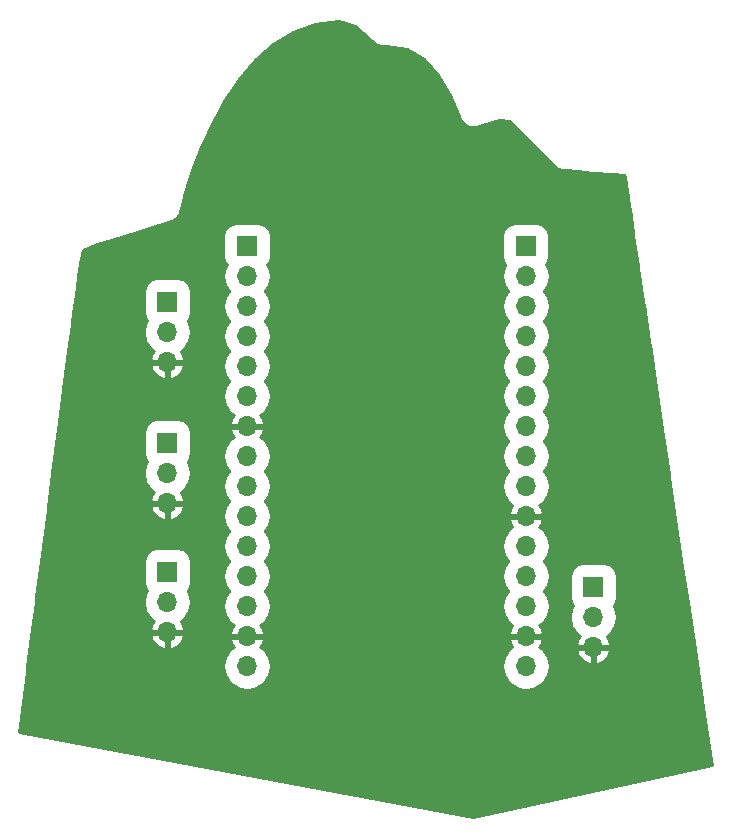
<source format=gtl>
G04 #@! TF.GenerationSoftware,KiCad,Pcbnew,(5.0.0-3-g5ebb6b6)*
G04 #@! TF.CreationDate,2018-09-06T10:07:47-04:00*
G04 #@! TF.ProjectId,PCB,5043422E6B696361645F706362000000,rev?*
G04 #@! TF.SameCoordinates,Original*
G04 #@! TF.FileFunction,Copper,L1,Top,Signal*
G04 #@! TF.FilePolarity,Positive*
%FSLAX46Y46*%
G04 Gerber Fmt 4.6, Leading zero omitted, Abs format (unit mm)*
G04 Created by KiCad (PCBNEW (5.0.0-3-g5ebb6b6)) date Thursday, September 06, 2018 at 10:07:47 AM*
%MOMM*%
%LPD*%
G01*
G04 APERTURE LIST*
G04 #@! TA.AperFunction,ComponentPad*
%ADD10O,1.700000X1.700000*%
G04 #@! TD*
G04 #@! TA.AperFunction,ComponentPad*
%ADD11R,1.700000X1.700000*%
G04 #@! TD*
G04 #@! TA.AperFunction,Conductor*
%ADD12C,0.254000*%
G04 #@! TD*
G04 APERTURE END LIST*
D10*
G04 #@! TO.P,U1,21*
G04 #@! TO.N,Net-(U1-Pad21)*
X63638000Y-116936000D03*
G04 #@! TO.P,U1,22*
G04 #@! TO.N,GND*
X63638000Y-119476000D03*
G04 #@! TO.P,U1,23*
G04 #@! TO.N,Net-(U1-Pad23)*
X63638000Y-122016000D03*
G04 #@! TO.P,U1,24*
G04 #@! TO.N,Net-(U1-Pad24)*
X63638000Y-124556000D03*
G04 #@! TO.P,U1,30*
G04 #@! TO.N,Net-(U1-Pad30)*
X63638000Y-139796000D03*
G04 #@! TO.P,U1,19*
G04 #@! TO.N,/FLOW4*
X63638000Y-111856000D03*
G04 #@! TO.P,U1,20*
G04 #@! TO.N,Net-(U1-Pad20)*
X63638000Y-114396000D03*
D11*
G04 #@! TO.P,U1,16*
G04 #@! TO.N,/FLOW1*
X63638000Y-104236000D03*
D10*
G04 #@! TO.P,U1,17*
G04 #@! TO.N,/FLOW2*
X63638000Y-106776000D03*
G04 #@! TO.P,U1,18*
G04 #@! TO.N,/FLOW3*
X63638000Y-109316000D03*
G04 #@! TO.P,U1,25*
G04 #@! TO.N,Net-(U1-Pad25)*
X63638000Y-127096000D03*
G04 #@! TO.P,U1,26*
G04 #@! TO.N,Net-(U1-Pad26)*
X63638000Y-129636000D03*
G04 #@! TO.P,U1,27*
G04 #@! TO.N,Net-(U1-Pad27)*
X63638000Y-132176000D03*
G04 #@! TO.P,U1,28*
G04 #@! TO.N,Net-(U1-Pad28)*
X63638000Y-134716000D03*
G04 #@! TO.P,U1,29*
G04 #@! TO.N,GND*
X63638000Y-137256000D03*
D11*
G04 #@! TO.P,U1,1*
G04 #@! TO.N,Net-(U1-Pad1)*
X87238000Y-104236000D03*
D10*
G04 #@! TO.P,U1,2*
G04 #@! TO.N,Net-(U1-Pad2)*
X87238000Y-106776000D03*
G04 #@! TO.P,U1,3*
G04 #@! TO.N,Net-(U1-Pad3)*
X87238000Y-109316000D03*
G04 #@! TO.P,U1,4*
G04 #@! TO.N,Net-(U1-Pad4)*
X87238000Y-111856000D03*
G04 #@! TO.P,U1,5*
G04 #@! TO.N,Net-(U1-Pad5)*
X87238000Y-114396000D03*
G04 #@! TO.P,U1,6*
G04 #@! TO.N,Net-(U1-Pad6)*
X87238000Y-116936000D03*
G04 #@! TO.P,U1,7*
G04 #@! TO.N,Net-(U1-Pad7)*
X87238000Y-119476000D03*
G04 #@! TO.P,U1,8*
G04 #@! TO.N,Net-(U1-Pad8)*
X87238000Y-122016000D03*
G04 #@! TO.P,U1,9*
G04 #@! TO.N,Net-(U1-Pad9)*
X87238000Y-124556000D03*
G04 #@! TO.P,U1,10*
G04 #@! TO.N,GND*
X87238000Y-127096000D03*
G04 #@! TO.P,U1,11*
G04 #@! TO.N,Net-(U1-Pad11)*
X87238000Y-129636000D03*
G04 #@! TO.P,U1,12*
G04 #@! TO.N,Net-(U1-Pad12)*
X87238000Y-132176000D03*
G04 #@! TO.P,U1,13*
G04 #@! TO.N,Net-(U1-Pad13)*
X87238000Y-134716000D03*
G04 #@! TO.P,U1,14*
G04 #@! TO.N,GND*
X87238000Y-137256000D03*
G04 #@! TO.P,U1,15*
G04 #@! TO.N,VCC*
X87238000Y-139796000D03*
G04 #@! TD*
G04 #@! TO.P,J1,3*
G04 #@! TO.N,GND*
X56896000Y-114046000D03*
G04 #@! TO.P,J1,2*
G04 #@! TO.N,/FLOW1*
X56896000Y-111506000D03*
D11*
G04 #@! TO.P,J1,1*
G04 #@! TO.N,VCC*
X56896000Y-108966000D03*
G04 #@! TD*
D10*
G04 #@! TO.P,J2,3*
G04 #@! TO.N,GND*
X56896000Y-125984000D03*
G04 #@! TO.P,J2,2*
G04 #@! TO.N,/FLOW2*
X56896000Y-123444000D03*
D11*
G04 #@! TO.P,J2,1*
G04 #@! TO.N,VCC*
X56896000Y-120904000D03*
G04 #@! TD*
G04 #@! TO.P,J3,1*
G04 #@! TO.N,VCC*
X56896000Y-131826000D03*
D10*
G04 #@! TO.P,J3,2*
G04 #@! TO.N,/FLOW3*
X56896000Y-134366000D03*
G04 #@! TO.P,J3,3*
G04 #@! TO.N,GND*
X56896000Y-136906000D03*
G04 #@! TD*
D11*
G04 #@! TO.P,J4,1*
G04 #@! TO.N,VCC*
X92964000Y-133096000D03*
D10*
G04 #@! TO.P,J4,2*
G04 #@! TO.N,/FLOW4*
X92964000Y-135636000D03*
G04 #@! TO.P,J4,3*
G04 #@! TO.N,GND*
X92964000Y-138176000D03*
G04 #@! TD*
D12*
G04 #@! TO.N,GND*
G36*
X72754020Y-85568272D02*
X74219973Y-86857400D01*
X74266033Y-86926333D01*
X74400642Y-87016276D01*
X74430206Y-87042274D01*
X74500349Y-87082898D01*
X74669622Y-87196003D01*
X74709249Y-87203885D01*
X74744213Y-87224135D01*
X74946015Y-87250981D01*
X75025519Y-87266795D01*
X75064892Y-87266795D01*
X75225367Y-87288143D01*
X75305474Y-87266795D01*
X75375882Y-87266795D01*
X77181959Y-87583564D01*
X78594395Y-88404839D01*
X79805309Y-89702412D01*
X80815958Y-91395027D01*
X81572357Y-93237121D01*
X81577922Y-93297027D01*
X81663882Y-93460016D01*
X81687336Y-93517134D01*
X81719808Y-93566056D01*
X81804356Y-93726368D01*
X81853026Y-93766764D01*
X81888007Y-93819467D01*
X82038401Y-93920626D01*
X82177855Y-94036374D01*
X82238279Y-94055070D01*
X82290765Y-94090374D01*
X82468417Y-94126279D01*
X82641558Y-94179852D01*
X82704539Y-94174002D01*
X82766538Y-94186532D01*
X82944401Y-94151720D01*
X83002871Y-94146289D01*
X83062063Y-94128691D01*
X83242893Y-94093299D01*
X83293018Y-94060029D01*
X84955561Y-93565758D01*
X85808995Y-93660584D01*
X86779107Y-94600679D01*
X88670771Y-96477855D01*
X89527831Y-97333091D01*
X89565682Y-97399811D01*
X89698186Y-97503084D01*
X89730383Y-97535213D01*
X89792766Y-97576800D01*
X89948527Y-97698200D01*
X89993494Y-97710614D01*
X90032313Y-97736492D01*
X90226046Y-97774813D01*
X90298312Y-97794763D01*
X90343677Y-97798081D01*
X90508479Y-97830679D01*
X90583696Y-97815634D01*
X91690428Y-97896574D01*
X91691302Y-97896814D01*
X91810134Y-97905329D01*
X91929220Y-97914038D01*
X91930121Y-97913926D01*
X94332764Y-98086085D01*
X94337016Y-98087219D01*
X94452582Y-98094670D01*
X94568097Y-98102947D01*
X94572464Y-98102399D01*
X95589445Y-98167967D01*
X95603494Y-98263402D01*
X95603581Y-98263646D01*
X95732771Y-99138690D01*
X95732768Y-99138748D01*
X95750569Y-99259241D01*
X95767865Y-99376394D01*
X95767884Y-99376447D01*
X95987083Y-100860204D01*
X95987082Y-100860229D01*
X96001591Y-100958410D01*
X96022204Y-101097936D01*
X96022213Y-101097961D01*
X96320153Y-103114126D01*
X96320152Y-103114139D01*
X96336630Y-103225631D01*
X96355285Y-103351867D01*
X96355290Y-103351881D01*
X96720666Y-105823991D01*
X96720665Y-105824005D01*
X96747103Y-106002862D01*
X96755805Y-106061742D01*
X96755807Y-106061746D01*
X97177312Y-108913340D01*
X97177312Y-108913347D01*
X97196346Y-109042111D01*
X97212455Y-109151089D01*
X97212457Y-109151095D01*
X97678782Y-112305676D01*
X97678782Y-112305682D01*
X97695534Y-112419000D01*
X97713928Y-112543428D01*
X97713929Y-112543431D01*
X98248911Y-116162274D01*
X98248913Y-116162279D01*
X98770947Y-119693393D01*
X98770947Y-119693397D01*
X99339020Y-123535805D01*
X99339020Y-123535807D01*
X99352155Y-123624646D01*
X99374170Y-123773557D01*
X99374171Y-123773560D01*
X99906672Y-127375271D01*
X99906672Y-127375273D01*
X100497745Y-131373060D01*
X100497747Y-131373065D01*
X101030625Y-134977185D01*
X101030626Y-134977188D01*
X101528942Y-138347486D01*
X101982014Y-141411750D01*
X101982015Y-141411752D01*
X102342748Y-143851471D01*
X102342748Y-143851473D01*
X102670349Y-146067093D01*
X102918354Y-147744371D01*
X102918354Y-147744375D01*
X102980768Y-148166482D01*
X82753462Y-152527176D01*
X44322798Y-145328192D01*
X44392590Y-144787783D01*
X44648675Y-142805663D01*
X44977056Y-140265159D01*
X45037731Y-139796000D01*
X61622269Y-139796000D01*
X61775707Y-140567387D01*
X62212663Y-141221337D01*
X62866613Y-141658293D01*
X63443286Y-141773000D01*
X63832714Y-141773000D01*
X64409387Y-141658293D01*
X65063337Y-141221337D01*
X65500293Y-140567387D01*
X65653731Y-139796000D01*
X85222269Y-139796000D01*
X85375707Y-140567387D01*
X85812663Y-141221337D01*
X86466613Y-141658293D01*
X87043286Y-141773000D01*
X87432714Y-141773000D01*
X88009387Y-141658293D01*
X88663337Y-141221337D01*
X89100293Y-140567387D01*
X89253731Y-139796000D01*
X89100293Y-139024613D01*
X88771734Y-138532890D01*
X91522524Y-138532890D01*
X91692355Y-138942924D01*
X92082642Y-139371183D01*
X92607108Y-139617486D01*
X92837000Y-139496819D01*
X92837000Y-138303000D01*
X93091000Y-138303000D01*
X93091000Y-139496819D01*
X93320892Y-139617486D01*
X93845358Y-139371183D01*
X94235645Y-138942924D01*
X94405476Y-138532890D01*
X94284155Y-138303000D01*
X93091000Y-138303000D01*
X92837000Y-138303000D01*
X91643845Y-138303000D01*
X91522524Y-138532890D01*
X88771734Y-138532890D01*
X88663337Y-138370663D01*
X88370846Y-138175227D01*
X88509645Y-138022924D01*
X88679476Y-137612890D01*
X88558155Y-137383000D01*
X87365000Y-137383000D01*
X87365000Y-137403000D01*
X87111000Y-137403000D01*
X87111000Y-137383000D01*
X85917845Y-137383000D01*
X85796524Y-137612890D01*
X85966355Y-138022924D01*
X86105154Y-138175227D01*
X85812663Y-138370663D01*
X85375707Y-139024613D01*
X85222269Y-139796000D01*
X65653731Y-139796000D01*
X65500293Y-139024613D01*
X65063337Y-138370663D01*
X64770846Y-138175227D01*
X64909645Y-138022924D01*
X65079476Y-137612890D01*
X64958155Y-137383000D01*
X63765000Y-137383000D01*
X63765000Y-137403000D01*
X63511000Y-137403000D01*
X63511000Y-137383000D01*
X62317845Y-137383000D01*
X62196524Y-137612890D01*
X62366355Y-138022924D01*
X62505154Y-138175227D01*
X62212663Y-138370663D01*
X61775707Y-139024613D01*
X61622269Y-139796000D01*
X45037731Y-139796000D01*
X45365335Y-137262890D01*
X55454524Y-137262890D01*
X55624355Y-137672924D01*
X56014642Y-138101183D01*
X56539108Y-138347486D01*
X56769000Y-138226819D01*
X56769000Y-137033000D01*
X57023000Y-137033000D01*
X57023000Y-138226819D01*
X57252892Y-138347486D01*
X57777358Y-138101183D01*
X58167645Y-137672924D01*
X58337476Y-137262890D01*
X58216155Y-137033000D01*
X57023000Y-137033000D01*
X56769000Y-137033000D01*
X55575845Y-137033000D01*
X55454524Y-137262890D01*
X45365335Y-137262890D01*
X45740225Y-134366000D01*
X54880269Y-134366000D01*
X55033707Y-135137387D01*
X55470663Y-135791337D01*
X55763154Y-135986773D01*
X55624355Y-136139076D01*
X55454524Y-136549110D01*
X55575845Y-136779000D01*
X56769000Y-136779000D01*
X56769000Y-136759000D01*
X57023000Y-136759000D01*
X57023000Y-136779000D01*
X58216155Y-136779000D01*
X58337476Y-136549110D01*
X58167645Y-136139076D01*
X58028846Y-135986773D01*
X58321337Y-135791337D01*
X58758293Y-135137387D01*
X58911731Y-134366000D01*
X58758293Y-133594613D01*
X58622963Y-133392078D01*
X58807611Y-133115733D01*
X58895079Y-132676000D01*
X58895079Y-130976000D01*
X58807611Y-130536267D01*
X58558522Y-130163478D01*
X58185733Y-129914389D01*
X57746000Y-129826921D01*
X56046000Y-129826921D01*
X55606267Y-129914389D01*
X55233478Y-130163478D01*
X54984389Y-130536267D01*
X54896921Y-130976000D01*
X54896921Y-132676000D01*
X54984389Y-133115733D01*
X55169037Y-133392078D01*
X55033707Y-133594613D01*
X54880269Y-134366000D01*
X45740225Y-134366000D01*
X45801651Y-133891346D01*
X46268716Y-130285017D01*
X46755111Y-126533000D01*
X46780045Y-126340890D01*
X55454524Y-126340890D01*
X55624355Y-126750924D01*
X56014642Y-127179183D01*
X56539108Y-127425486D01*
X56769000Y-127304819D01*
X56769000Y-126111000D01*
X57023000Y-126111000D01*
X57023000Y-127304819D01*
X57252892Y-127425486D01*
X57777358Y-127179183D01*
X58167645Y-126750924D01*
X58337476Y-126340890D01*
X58216155Y-126111000D01*
X57023000Y-126111000D01*
X56769000Y-126111000D01*
X55575845Y-126111000D01*
X55454524Y-126340890D01*
X46780045Y-126340890D01*
X47156037Y-123444000D01*
X54880269Y-123444000D01*
X55033707Y-124215387D01*
X55470663Y-124869337D01*
X55763154Y-125064773D01*
X55624355Y-125217076D01*
X55454524Y-125627110D01*
X55575845Y-125857000D01*
X56769000Y-125857000D01*
X56769000Y-125837000D01*
X57023000Y-125837000D01*
X57023000Y-125857000D01*
X58216155Y-125857000D01*
X58337476Y-125627110D01*
X58167645Y-125217076D01*
X58028846Y-125064773D01*
X58321337Y-124869337D01*
X58758293Y-124215387D01*
X58911731Y-123444000D01*
X58758293Y-122672613D01*
X58622963Y-122470078D01*
X58807611Y-122193733D01*
X58842964Y-122016000D01*
X61622269Y-122016000D01*
X61775707Y-122787387D01*
X62108870Y-123286000D01*
X61775707Y-123784613D01*
X61622269Y-124556000D01*
X61775707Y-125327387D01*
X62108870Y-125826000D01*
X61775707Y-126324613D01*
X61622269Y-127096000D01*
X61775707Y-127867387D01*
X62108870Y-128366000D01*
X61775707Y-128864613D01*
X61622269Y-129636000D01*
X61775707Y-130407387D01*
X62108870Y-130906000D01*
X61775707Y-131404613D01*
X61622269Y-132176000D01*
X61775707Y-132947387D01*
X62108870Y-133446000D01*
X61775707Y-133944613D01*
X61622269Y-134716000D01*
X61775707Y-135487387D01*
X62212663Y-136141337D01*
X62505154Y-136336773D01*
X62366355Y-136489076D01*
X62196524Y-136899110D01*
X62317845Y-137129000D01*
X63511000Y-137129000D01*
X63511000Y-137109000D01*
X63765000Y-137109000D01*
X63765000Y-137129000D01*
X64958155Y-137129000D01*
X65079476Y-136899110D01*
X64909645Y-136489076D01*
X64770846Y-136336773D01*
X65063337Y-136141337D01*
X65500293Y-135487387D01*
X65653731Y-134716000D01*
X65500293Y-133944613D01*
X65167130Y-133446000D01*
X65500293Y-132947387D01*
X65653731Y-132176000D01*
X65500293Y-131404613D01*
X65167130Y-130906000D01*
X65500293Y-130407387D01*
X65653731Y-129636000D01*
X85222269Y-129636000D01*
X85375707Y-130407387D01*
X85708870Y-130906000D01*
X85375707Y-131404613D01*
X85222269Y-132176000D01*
X85375707Y-132947387D01*
X85708870Y-133446000D01*
X85375707Y-133944613D01*
X85222269Y-134716000D01*
X85375707Y-135487387D01*
X85812663Y-136141337D01*
X86105154Y-136336773D01*
X85966355Y-136489076D01*
X85796524Y-136899110D01*
X85917845Y-137129000D01*
X87111000Y-137129000D01*
X87111000Y-137109000D01*
X87365000Y-137109000D01*
X87365000Y-137129000D01*
X88558155Y-137129000D01*
X88679476Y-136899110D01*
X88509645Y-136489076D01*
X88370846Y-136336773D01*
X88663337Y-136141337D01*
X89000992Y-135636000D01*
X90948269Y-135636000D01*
X91101707Y-136407387D01*
X91538663Y-137061337D01*
X91831154Y-137256773D01*
X91692355Y-137409076D01*
X91522524Y-137819110D01*
X91643845Y-138049000D01*
X92837000Y-138049000D01*
X92837000Y-138029000D01*
X93091000Y-138029000D01*
X93091000Y-138049000D01*
X94284155Y-138049000D01*
X94405476Y-137819110D01*
X94235645Y-137409076D01*
X94096846Y-137256773D01*
X94389337Y-137061337D01*
X94826293Y-136407387D01*
X94979731Y-135636000D01*
X94826293Y-134864613D01*
X94690963Y-134662078D01*
X94875611Y-134385733D01*
X94963079Y-133946000D01*
X94963079Y-132246000D01*
X94875611Y-131806267D01*
X94626522Y-131433478D01*
X94253733Y-131184389D01*
X93814000Y-131096921D01*
X92114000Y-131096921D01*
X91674267Y-131184389D01*
X91301478Y-131433478D01*
X91052389Y-131806267D01*
X90964921Y-132246000D01*
X90964921Y-133946000D01*
X91052389Y-134385733D01*
X91237037Y-134662078D01*
X91101707Y-134864613D01*
X90948269Y-135636000D01*
X89000992Y-135636000D01*
X89100293Y-135487387D01*
X89253731Y-134716000D01*
X89100293Y-133944613D01*
X88767130Y-133446000D01*
X89100293Y-132947387D01*
X89253731Y-132176000D01*
X89100293Y-131404613D01*
X88767130Y-130906000D01*
X89100293Y-130407387D01*
X89253731Y-129636000D01*
X89100293Y-128864613D01*
X88663337Y-128210663D01*
X88370846Y-128015227D01*
X88509645Y-127862924D01*
X88679476Y-127452890D01*
X88558155Y-127223000D01*
X87365000Y-127223000D01*
X87365000Y-127243000D01*
X87111000Y-127243000D01*
X87111000Y-127223000D01*
X85917845Y-127223000D01*
X85796524Y-127452890D01*
X85966355Y-127862924D01*
X86105154Y-128015227D01*
X85812663Y-128210663D01*
X85375707Y-128864613D01*
X85222269Y-129636000D01*
X65653731Y-129636000D01*
X65500293Y-128864613D01*
X65167130Y-128366000D01*
X65500293Y-127867387D01*
X65653731Y-127096000D01*
X65500293Y-126324613D01*
X65167130Y-125826000D01*
X65500293Y-125327387D01*
X65653731Y-124556000D01*
X65500293Y-123784613D01*
X65167130Y-123286000D01*
X65500293Y-122787387D01*
X65653731Y-122016000D01*
X65500293Y-121244613D01*
X65063337Y-120590663D01*
X64770846Y-120395227D01*
X64909645Y-120242924D01*
X65079476Y-119832890D01*
X64958155Y-119603000D01*
X63765000Y-119603000D01*
X63765000Y-119623000D01*
X63511000Y-119623000D01*
X63511000Y-119603000D01*
X62317845Y-119603000D01*
X62196524Y-119832890D01*
X62366355Y-120242924D01*
X62505154Y-120395227D01*
X62212663Y-120590663D01*
X61775707Y-121244613D01*
X61622269Y-122016000D01*
X58842964Y-122016000D01*
X58895079Y-121754000D01*
X58895079Y-120054000D01*
X58807611Y-119614267D01*
X58558522Y-119241478D01*
X58185733Y-118992389D01*
X57746000Y-118904921D01*
X56046000Y-118904921D01*
X55606267Y-118992389D01*
X55233478Y-119241478D01*
X54984389Y-119614267D01*
X54896921Y-120054000D01*
X54896921Y-121754000D01*
X54984389Y-122193733D01*
X55169037Y-122470078D01*
X55033707Y-122672613D01*
X54880269Y-123444000D01*
X47156037Y-123444000D01*
X47241859Y-122782775D01*
X47717241Y-119125769D01*
X48166446Y-115677342D01*
X48332950Y-114402890D01*
X55454524Y-114402890D01*
X55624355Y-114812924D01*
X56014642Y-115241183D01*
X56539108Y-115487486D01*
X56769000Y-115366819D01*
X56769000Y-114173000D01*
X57023000Y-114173000D01*
X57023000Y-115366819D01*
X57252892Y-115487486D01*
X57777358Y-115241183D01*
X58167645Y-114812924D01*
X58337476Y-114402890D01*
X58216155Y-114173000D01*
X57023000Y-114173000D01*
X56769000Y-114173000D01*
X55575845Y-114173000D01*
X55454524Y-114402890D01*
X48332950Y-114402890D01*
X48573983Y-112557991D01*
X48712043Y-111506000D01*
X54880269Y-111506000D01*
X55033707Y-112277387D01*
X55470663Y-112931337D01*
X55763154Y-113126773D01*
X55624355Y-113279076D01*
X55454524Y-113689110D01*
X55575845Y-113919000D01*
X56769000Y-113919000D01*
X56769000Y-113899000D01*
X57023000Y-113899000D01*
X57023000Y-113919000D01*
X58216155Y-113919000D01*
X58337476Y-113689110D01*
X58167645Y-113279076D01*
X58028846Y-113126773D01*
X58321337Y-112931337D01*
X58758293Y-112277387D01*
X58911731Y-111506000D01*
X58758293Y-110734613D01*
X58622963Y-110532078D01*
X58807611Y-110255733D01*
X58895079Y-109816000D01*
X58895079Y-108116000D01*
X58807611Y-107676267D01*
X58558522Y-107303478D01*
X58185733Y-107054389D01*
X57746000Y-106966921D01*
X56046000Y-106966921D01*
X55606267Y-107054389D01*
X55233478Y-107303478D01*
X54984389Y-107676267D01*
X54896921Y-108116000D01*
X54896921Y-109816000D01*
X54984389Y-110255733D01*
X55169037Y-110532078D01*
X55033707Y-110734613D01*
X54880269Y-111506000D01*
X48712043Y-111506000D01*
X48926118Y-109874800D01*
X49207343Y-107748348D01*
X49338034Y-106776000D01*
X61622269Y-106776000D01*
X61775707Y-107547387D01*
X62108870Y-108046000D01*
X61775707Y-108544613D01*
X61622269Y-109316000D01*
X61775707Y-110087387D01*
X62108870Y-110586000D01*
X61775707Y-111084613D01*
X61622269Y-111856000D01*
X61775707Y-112627387D01*
X62108870Y-113126000D01*
X61775707Y-113624613D01*
X61622269Y-114396000D01*
X61775707Y-115167387D01*
X62108870Y-115666000D01*
X61775707Y-116164613D01*
X61622269Y-116936000D01*
X61775707Y-117707387D01*
X62212663Y-118361337D01*
X62505154Y-118556773D01*
X62366355Y-118709076D01*
X62196524Y-119119110D01*
X62317845Y-119349000D01*
X63511000Y-119349000D01*
X63511000Y-119329000D01*
X63765000Y-119329000D01*
X63765000Y-119349000D01*
X64958155Y-119349000D01*
X65079476Y-119119110D01*
X64909645Y-118709076D01*
X64770846Y-118556773D01*
X65063337Y-118361337D01*
X65500293Y-117707387D01*
X65653731Y-116936000D01*
X65500293Y-116164613D01*
X65167130Y-115666000D01*
X65500293Y-115167387D01*
X65653731Y-114396000D01*
X65500293Y-113624613D01*
X65167130Y-113126000D01*
X65500293Y-112627387D01*
X65653731Y-111856000D01*
X65500293Y-111084613D01*
X65167130Y-110586000D01*
X65500293Y-110087387D01*
X65653731Y-109316000D01*
X65500293Y-108544613D01*
X65167130Y-108046000D01*
X65500293Y-107547387D01*
X65653731Y-106776000D01*
X85222269Y-106776000D01*
X85375707Y-107547387D01*
X85708870Y-108046000D01*
X85375707Y-108544613D01*
X85222269Y-109316000D01*
X85375707Y-110087387D01*
X85708870Y-110586000D01*
X85375707Y-111084613D01*
X85222269Y-111856000D01*
X85375707Y-112627387D01*
X85708870Y-113126000D01*
X85375707Y-113624613D01*
X85222269Y-114396000D01*
X85375707Y-115167387D01*
X85708870Y-115666000D01*
X85375707Y-116164613D01*
X85222269Y-116936000D01*
X85375707Y-117707387D01*
X85708870Y-118206000D01*
X85375707Y-118704613D01*
X85222269Y-119476000D01*
X85375707Y-120247387D01*
X85708870Y-120746000D01*
X85375707Y-121244613D01*
X85222269Y-122016000D01*
X85375707Y-122787387D01*
X85708870Y-123286000D01*
X85375707Y-123784613D01*
X85222269Y-124556000D01*
X85375707Y-125327387D01*
X85812663Y-125981337D01*
X86105154Y-126176773D01*
X85966355Y-126329076D01*
X85796524Y-126739110D01*
X85917845Y-126969000D01*
X87111000Y-126969000D01*
X87111000Y-126949000D01*
X87365000Y-126949000D01*
X87365000Y-126969000D01*
X88558155Y-126969000D01*
X88679476Y-126739110D01*
X88509645Y-126329076D01*
X88370846Y-126176773D01*
X88663337Y-125981337D01*
X89100293Y-125327387D01*
X89253731Y-124556000D01*
X89100293Y-123784613D01*
X88767130Y-123286000D01*
X89100293Y-122787387D01*
X89253731Y-122016000D01*
X89100293Y-121244613D01*
X88767130Y-120746000D01*
X89100293Y-120247387D01*
X89253731Y-119476000D01*
X89100293Y-118704613D01*
X88767130Y-118206000D01*
X89100293Y-117707387D01*
X89253731Y-116936000D01*
X89100293Y-116164613D01*
X88767130Y-115666000D01*
X89100293Y-115167387D01*
X89253731Y-114396000D01*
X89100293Y-113624613D01*
X88767130Y-113126000D01*
X89100293Y-112627387D01*
X89253731Y-111856000D01*
X89100293Y-111084613D01*
X88767130Y-110586000D01*
X89100293Y-110087387D01*
X89253731Y-109316000D01*
X89100293Y-108544613D01*
X88767130Y-108046000D01*
X89100293Y-107547387D01*
X89253731Y-106776000D01*
X89100293Y-106004613D01*
X88964963Y-105802078D01*
X89149611Y-105525733D01*
X89237079Y-105086000D01*
X89237079Y-103386000D01*
X89149611Y-102946267D01*
X88900522Y-102573478D01*
X88527733Y-102324389D01*
X88088000Y-102236921D01*
X86388000Y-102236921D01*
X85948267Y-102324389D01*
X85575478Y-102573478D01*
X85326389Y-102946267D01*
X85238921Y-103386000D01*
X85238921Y-105086000D01*
X85326389Y-105525733D01*
X85511037Y-105802078D01*
X85375707Y-106004613D01*
X85222269Y-106776000D01*
X65653731Y-106776000D01*
X65500293Y-106004613D01*
X65364963Y-105802078D01*
X65549611Y-105525733D01*
X65637079Y-105086000D01*
X65637079Y-103386000D01*
X65549611Y-102946267D01*
X65300522Y-102573478D01*
X64927733Y-102324389D01*
X64488000Y-102236921D01*
X62788000Y-102236921D01*
X62348267Y-102324389D01*
X61975478Y-102573478D01*
X61726389Y-102946267D01*
X61638921Y-103386000D01*
X61638921Y-105086000D01*
X61726389Y-105525733D01*
X61911037Y-105802078D01*
X61775707Y-106004613D01*
X61622269Y-106776000D01*
X49338034Y-106776000D01*
X49403009Y-106292587D01*
X49488406Y-105691864D01*
X49786674Y-104596729D01*
X50975909Y-104060869D01*
X51885894Y-103762039D01*
X54063673Y-103082258D01*
X56960262Y-102190852D01*
X56981675Y-102192143D01*
X57191484Y-102119695D01*
X57286570Y-102090433D01*
X57304943Y-102080517D01*
X57440485Y-102033714D01*
X57516506Y-101966339D01*
X57605902Y-101918092D01*
X57696427Y-101806878D01*
X57803742Y-101711767D01*
X57848193Y-101620427D01*
X57912320Y-101541644D01*
X57953395Y-101404252D01*
X57962529Y-101385483D01*
X57987768Y-101289277D01*
X58051354Y-101076589D01*
X58049165Y-101055247D01*
X58427166Y-99614399D01*
X59004849Y-97791737D01*
X59739396Y-95851740D01*
X60635400Y-93873617D01*
X61695905Y-91936137D01*
X62921612Y-90117293D01*
X64310262Y-88492757D01*
X65857301Y-87132622D01*
X67560601Y-86097001D01*
X69431086Y-85435696D01*
X71410413Y-85210657D01*
X72754020Y-85568272D01*
X72754020Y-85568272D01*
G37*
X72754020Y-85568272D02*
X74219973Y-86857400D01*
X74266033Y-86926333D01*
X74400642Y-87016276D01*
X74430206Y-87042274D01*
X74500349Y-87082898D01*
X74669622Y-87196003D01*
X74709249Y-87203885D01*
X74744213Y-87224135D01*
X74946015Y-87250981D01*
X75025519Y-87266795D01*
X75064892Y-87266795D01*
X75225367Y-87288143D01*
X75305474Y-87266795D01*
X75375882Y-87266795D01*
X77181959Y-87583564D01*
X78594395Y-88404839D01*
X79805309Y-89702412D01*
X80815958Y-91395027D01*
X81572357Y-93237121D01*
X81577922Y-93297027D01*
X81663882Y-93460016D01*
X81687336Y-93517134D01*
X81719808Y-93566056D01*
X81804356Y-93726368D01*
X81853026Y-93766764D01*
X81888007Y-93819467D01*
X82038401Y-93920626D01*
X82177855Y-94036374D01*
X82238279Y-94055070D01*
X82290765Y-94090374D01*
X82468417Y-94126279D01*
X82641558Y-94179852D01*
X82704539Y-94174002D01*
X82766538Y-94186532D01*
X82944401Y-94151720D01*
X83002871Y-94146289D01*
X83062063Y-94128691D01*
X83242893Y-94093299D01*
X83293018Y-94060029D01*
X84955561Y-93565758D01*
X85808995Y-93660584D01*
X86779107Y-94600679D01*
X88670771Y-96477855D01*
X89527831Y-97333091D01*
X89565682Y-97399811D01*
X89698186Y-97503084D01*
X89730383Y-97535213D01*
X89792766Y-97576800D01*
X89948527Y-97698200D01*
X89993494Y-97710614D01*
X90032313Y-97736492D01*
X90226046Y-97774813D01*
X90298312Y-97794763D01*
X90343677Y-97798081D01*
X90508479Y-97830679D01*
X90583696Y-97815634D01*
X91690428Y-97896574D01*
X91691302Y-97896814D01*
X91810134Y-97905329D01*
X91929220Y-97914038D01*
X91930121Y-97913926D01*
X94332764Y-98086085D01*
X94337016Y-98087219D01*
X94452582Y-98094670D01*
X94568097Y-98102947D01*
X94572464Y-98102399D01*
X95589445Y-98167967D01*
X95603494Y-98263402D01*
X95603581Y-98263646D01*
X95732771Y-99138690D01*
X95732768Y-99138748D01*
X95750569Y-99259241D01*
X95767865Y-99376394D01*
X95767884Y-99376447D01*
X95987083Y-100860204D01*
X95987082Y-100860229D01*
X96001591Y-100958410D01*
X96022204Y-101097936D01*
X96022213Y-101097961D01*
X96320153Y-103114126D01*
X96320152Y-103114139D01*
X96336630Y-103225631D01*
X96355285Y-103351867D01*
X96355290Y-103351881D01*
X96720666Y-105823991D01*
X96720665Y-105824005D01*
X96747103Y-106002862D01*
X96755805Y-106061742D01*
X96755807Y-106061746D01*
X97177312Y-108913340D01*
X97177312Y-108913347D01*
X97196346Y-109042111D01*
X97212455Y-109151089D01*
X97212457Y-109151095D01*
X97678782Y-112305676D01*
X97678782Y-112305682D01*
X97695534Y-112419000D01*
X97713928Y-112543428D01*
X97713929Y-112543431D01*
X98248911Y-116162274D01*
X98248913Y-116162279D01*
X98770947Y-119693393D01*
X98770947Y-119693397D01*
X99339020Y-123535805D01*
X99339020Y-123535807D01*
X99352155Y-123624646D01*
X99374170Y-123773557D01*
X99374171Y-123773560D01*
X99906672Y-127375271D01*
X99906672Y-127375273D01*
X100497745Y-131373060D01*
X100497747Y-131373065D01*
X101030625Y-134977185D01*
X101030626Y-134977188D01*
X101528942Y-138347486D01*
X101982014Y-141411750D01*
X101982015Y-141411752D01*
X102342748Y-143851471D01*
X102342748Y-143851473D01*
X102670349Y-146067093D01*
X102918354Y-147744371D01*
X102918354Y-147744375D01*
X102980768Y-148166482D01*
X82753462Y-152527176D01*
X44322798Y-145328192D01*
X44392590Y-144787783D01*
X44648675Y-142805663D01*
X44977056Y-140265159D01*
X45037731Y-139796000D01*
X61622269Y-139796000D01*
X61775707Y-140567387D01*
X62212663Y-141221337D01*
X62866613Y-141658293D01*
X63443286Y-141773000D01*
X63832714Y-141773000D01*
X64409387Y-141658293D01*
X65063337Y-141221337D01*
X65500293Y-140567387D01*
X65653731Y-139796000D01*
X85222269Y-139796000D01*
X85375707Y-140567387D01*
X85812663Y-141221337D01*
X86466613Y-141658293D01*
X87043286Y-141773000D01*
X87432714Y-141773000D01*
X88009387Y-141658293D01*
X88663337Y-141221337D01*
X89100293Y-140567387D01*
X89253731Y-139796000D01*
X89100293Y-139024613D01*
X88771734Y-138532890D01*
X91522524Y-138532890D01*
X91692355Y-138942924D01*
X92082642Y-139371183D01*
X92607108Y-139617486D01*
X92837000Y-139496819D01*
X92837000Y-138303000D01*
X93091000Y-138303000D01*
X93091000Y-139496819D01*
X93320892Y-139617486D01*
X93845358Y-139371183D01*
X94235645Y-138942924D01*
X94405476Y-138532890D01*
X94284155Y-138303000D01*
X93091000Y-138303000D01*
X92837000Y-138303000D01*
X91643845Y-138303000D01*
X91522524Y-138532890D01*
X88771734Y-138532890D01*
X88663337Y-138370663D01*
X88370846Y-138175227D01*
X88509645Y-138022924D01*
X88679476Y-137612890D01*
X88558155Y-137383000D01*
X87365000Y-137383000D01*
X87365000Y-137403000D01*
X87111000Y-137403000D01*
X87111000Y-137383000D01*
X85917845Y-137383000D01*
X85796524Y-137612890D01*
X85966355Y-138022924D01*
X86105154Y-138175227D01*
X85812663Y-138370663D01*
X85375707Y-139024613D01*
X85222269Y-139796000D01*
X65653731Y-139796000D01*
X65500293Y-139024613D01*
X65063337Y-138370663D01*
X64770846Y-138175227D01*
X64909645Y-138022924D01*
X65079476Y-137612890D01*
X64958155Y-137383000D01*
X63765000Y-137383000D01*
X63765000Y-137403000D01*
X63511000Y-137403000D01*
X63511000Y-137383000D01*
X62317845Y-137383000D01*
X62196524Y-137612890D01*
X62366355Y-138022924D01*
X62505154Y-138175227D01*
X62212663Y-138370663D01*
X61775707Y-139024613D01*
X61622269Y-139796000D01*
X45037731Y-139796000D01*
X45365335Y-137262890D01*
X55454524Y-137262890D01*
X55624355Y-137672924D01*
X56014642Y-138101183D01*
X56539108Y-138347486D01*
X56769000Y-138226819D01*
X56769000Y-137033000D01*
X57023000Y-137033000D01*
X57023000Y-138226819D01*
X57252892Y-138347486D01*
X57777358Y-138101183D01*
X58167645Y-137672924D01*
X58337476Y-137262890D01*
X58216155Y-137033000D01*
X57023000Y-137033000D01*
X56769000Y-137033000D01*
X55575845Y-137033000D01*
X55454524Y-137262890D01*
X45365335Y-137262890D01*
X45740225Y-134366000D01*
X54880269Y-134366000D01*
X55033707Y-135137387D01*
X55470663Y-135791337D01*
X55763154Y-135986773D01*
X55624355Y-136139076D01*
X55454524Y-136549110D01*
X55575845Y-136779000D01*
X56769000Y-136779000D01*
X56769000Y-136759000D01*
X57023000Y-136759000D01*
X57023000Y-136779000D01*
X58216155Y-136779000D01*
X58337476Y-136549110D01*
X58167645Y-136139076D01*
X58028846Y-135986773D01*
X58321337Y-135791337D01*
X58758293Y-135137387D01*
X58911731Y-134366000D01*
X58758293Y-133594613D01*
X58622963Y-133392078D01*
X58807611Y-133115733D01*
X58895079Y-132676000D01*
X58895079Y-130976000D01*
X58807611Y-130536267D01*
X58558522Y-130163478D01*
X58185733Y-129914389D01*
X57746000Y-129826921D01*
X56046000Y-129826921D01*
X55606267Y-129914389D01*
X55233478Y-130163478D01*
X54984389Y-130536267D01*
X54896921Y-130976000D01*
X54896921Y-132676000D01*
X54984389Y-133115733D01*
X55169037Y-133392078D01*
X55033707Y-133594613D01*
X54880269Y-134366000D01*
X45740225Y-134366000D01*
X45801651Y-133891346D01*
X46268716Y-130285017D01*
X46755111Y-126533000D01*
X46780045Y-126340890D01*
X55454524Y-126340890D01*
X55624355Y-126750924D01*
X56014642Y-127179183D01*
X56539108Y-127425486D01*
X56769000Y-127304819D01*
X56769000Y-126111000D01*
X57023000Y-126111000D01*
X57023000Y-127304819D01*
X57252892Y-127425486D01*
X57777358Y-127179183D01*
X58167645Y-126750924D01*
X58337476Y-126340890D01*
X58216155Y-126111000D01*
X57023000Y-126111000D01*
X56769000Y-126111000D01*
X55575845Y-126111000D01*
X55454524Y-126340890D01*
X46780045Y-126340890D01*
X47156037Y-123444000D01*
X54880269Y-123444000D01*
X55033707Y-124215387D01*
X55470663Y-124869337D01*
X55763154Y-125064773D01*
X55624355Y-125217076D01*
X55454524Y-125627110D01*
X55575845Y-125857000D01*
X56769000Y-125857000D01*
X56769000Y-125837000D01*
X57023000Y-125837000D01*
X57023000Y-125857000D01*
X58216155Y-125857000D01*
X58337476Y-125627110D01*
X58167645Y-125217076D01*
X58028846Y-125064773D01*
X58321337Y-124869337D01*
X58758293Y-124215387D01*
X58911731Y-123444000D01*
X58758293Y-122672613D01*
X58622963Y-122470078D01*
X58807611Y-122193733D01*
X58842964Y-122016000D01*
X61622269Y-122016000D01*
X61775707Y-122787387D01*
X62108870Y-123286000D01*
X61775707Y-123784613D01*
X61622269Y-124556000D01*
X61775707Y-125327387D01*
X62108870Y-125826000D01*
X61775707Y-126324613D01*
X61622269Y-127096000D01*
X61775707Y-127867387D01*
X62108870Y-128366000D01*
X61775707Y-128864613D01*
X61622269Y-129636000D01*
X61775707Y-130407387D01*
X62108870Y-130906000D01*
X61775707Y-131404613D01*
X61622269Y-132176000D01*
X61775707Y-132947387D01*
X62108870Y-133446000D01*
X61775707Y-133944613D01*
X61622269Y-134716000D01*
X61775707Y-135487387D01*
X62212663Y-136141337D01*
X62505154Y-136336773D01*
X62366355Y-136489076D01*
X62196524Y-136899110D01*
X62317845Y-137129000D01*
X63511000Y-137129000D01*
X63511000Y-137109000D01*
X63765000Y-137109000D01*
X63765000Y-137129000D01*
X64958155Y-137129000D01*
X65079476Y-136899110D01*
X64909645Y-136489076D01*
X64770846Y-136336773D01*
X65063337Y-136141337D01*
X65500293Y-135487387D01*
X65653731Y-134716000D01*
X65500293Y-133944613D01*
X65167130Y-133446000D01*
X65500293Y-132947387D01*
X65653731Y-132176000D01*
X65500293Y-131404613D01*
X65167130Y-130906000D01*
X65500293Y-130407387D01*
X65653731Y-129636000D01*
X85222269Y-129636000D01*
X85375707Y-130407387D01*
X85708870Y-130906000D01*
X85375707Y-131404613D01*
X85222269Y-132176000D01*
X85375707Y-132947387D01*
X85708870Y-133446000D01*
X85375707Y-133944613D01*
X85222269Y-134716000D01*
X85375707Y-135487387D01*
X85812663Y-136141337D01*
X86105154Y-136336773D01*
X85966355Y-136489076D01*
X85796524Y-136899110D01*
X85917845Y-137129000D01*
X87111000Y-137129000D01*
X87111000Y-137109000D01*
X87365000Y-137109000D01*
X87365000Y-137129000D01*
X88558155Y-137129000D01*
X88679476Y-136899110D01*
X88509645Y-136489076D01*
X88370846Y-136336773D01*
X88663337Y-136141337D01*
X89000992Y-135636000D01*
X90948269Y-135636000D01*
X91101707Y-136407387D01*
X91538663Y-137061337D01*
X91831154Y-137256773D01*
X91692355Y-137409076D01*
X91522524Y-137819110D01*
X91643845Y-138049000D01*
X92837000Y-138049000D01*
X92837000Y-138029000D01*
X93091000Y-138029000D01*
X93091000Y-138049000D01*
X94284155Y-138049000D01*
X94405476Y-137819110D01*
X94235645Y-137409076D01*
X94096846Y-137256773D01*
X94389337Y-137061337D01*
X94826293Y-136407387D01*
X94979731Y-135636000D01*
X94826293Y-134864613D01*
X94690963Y-134662078D01*
X94875611Y-134385733D01*
X94963079Y-133946000D01*
X94963079Y-132246000D01*
X94875611Y-131806267D01*
X94626522Y-131433478D01*
X94253733Y-131184389D01*
X93814000Y-131096921D01*
X92114000Y-131096921D01*
X91674267Y-131184389D01*
X91301478Y-131433478D01*
X91052389Y-131806267D01*
X90964921Y-132246000D01*
X90964921Y-133946000D01*
X91052389Y-134385733D01*
X91237037Y-134662078D01*
X91101707Y-134864613D01*
X90948269Y-135636000D01*
X89000992Y-135636000D01*
X89100293Y-135487387D01*
X89253731Y-134716000D01*
X89100293Y-133944613D01*
X88767130Y-133446000D01*
X89100293Y-132947387D01*
X89253731Y-132176000D01*
X89100293Y-131404613D01*
X88767130Y-130906000D01*
X89100293Y-130407387D01*
X89253731Y-129636000D01*
X89100293Y-128864613D01*
X88663337Y-128210663D01*
X88370846Y-128015227D01*
X88509645Y-127862924D01*
X88679476Y-127452890D01*
X88558155Y-127223000D01*
X87365000Y-127223000D01*
X87365000Y-127243000D01*
X87111000Y-127243000D01*
X87111000Y-127223000D01*
X85917845Y-127223000D01*
X85796524Y-127452890D01*
X85966355Y-127862924D01*
X86105154Y-128015227D01*
X85812663Y-128210663D01*
X85375707Y-128864613D01*
X85222269Y-129636000D01*
X65653731Y-129636000D01*
X65500293Y-128864613D01*
X65167130Y-128366000D01*
X65500293Y-127867387D01*
X65653731Y-127096000D01*
X65500293Y-126324613D01*
X65167130Y-125826000D01*
X65500293Y-125327387D01*
X65653731Y-124556000D01*
X65500293Y-123784613D01*
X65167130Y-123286000D01*
X65500293Y-122787387D01*
X65653731Y-122016000D01*
X65500293Y-121244613D01*
X65063337Y-120590663D01*
X64770846Y-120395227D01*
X64909645Y-120242924D01*
X65079476Y-119832890D01*
X64958155Y-119603000D01*
X63765000Y-119603000D01*
X63765000Y-119623000D01*
X63511000Y-119623000D01*
X63511000Y-119603000D01*
X62317845Y-119603000D01*
X62196524Y-119832890D01*
X62366355Y-120242924D01*
X62505154Y-120395227D01*
X62212663Y-120590663D01*
X61775707Y-121244613D01*
X61622269Y-122016000D01*
X58842964Y-122016000D01*
X58895079Y-121754000D01*
X58895079Y-120054000D01*
X58807611Y-119614267D01*
X58558522Y-119241478D01*
X58185733Y-118992389D01*
X57746000Y-118904921D01*
X56046000Y-118904921D01*
X55606267Y-118992389D01*
X55233478Y-119241478D01*
X54984389Y-119614267D01*
X54896921Y-120054000D01*
X54896921Y-121754000D01*
X54984389Y-122193733D01*
X55169037Y-122470078D01*
X55033707Y-122672613D01*
X54880269Y-123444000D01*
X47156037Y-123444000D01*
X47241859Y-122782775D01*
X47717241Y-119125769D01*
X48166446Y-115677342D01*
X48332950Y-114402890D01*
X55454524Y-114402890D01*
X55624355Y-114812924D01*
X56014642Y-115241183D01*
X56539108Y-115487486D01*
X56769000Y-115366819D01*
X56769000Y-114173000D01*
X57023000Y-114173000D01*
X57023000Y-115366819D01*
X57252892Y-115487486D01*
X57777358Y-115241183D01*
X58167645Y-114812924D01*
X58337476Y-114402890D01*
X58216155Y-114173000D01*
X57023000Y-114173000D01*
X56769000Y-114173000D01*
X55575845Y-114173000D01*
X55454524Y-114402890D01*
X48332950Y-114402890D01*
X48573983Y-112557991D01*
X48712043Y-111506000D01*
X54880269Y-111506000D01*
X55033707Y-112277387D01*
X55470663Y-112931337D01*
X55763154Y-113126773D01*
X55624355Y-113279076D01*
X55454524Y-113689110D01*
X55575845Y-113919000D01*
X56769000Y-113919000D01*
X56769000Y-113899000D01*
X57023000Y-113899000D01*
X57023000Y-113919000D01*
X58216155Y-113919000D01*
X58337476Y-113689110D01*
X58167645Y-113279076D01*
X58028846Y-113126773D01*
X58321337Y-112931337D01*
X58758293Y-112277387D01*
X58911731Y-111506000D01*
X58758293Y-110734613D01*
X58622963Y-110532078D01*
X58807611Y-110255733D01*
X58895079Y-109816000D01*
X58895079Y-108116000D01*
X58807611Y-107676267D01*
X58558522Y-107303478D01*
X58185733Y-107054389D01*
X57746000Y-106966921D01*
X56046000Y-106966921D01*
X55606267Y-107054389D01*
X55233478Y-107303478D01*
X54984389Y-107676267D01*
X54896921Y-108116000D01*
X54896921Y-109816000D01*
X54984389Y-110255733D01*
X55169037Y-110532078D01*
X55033707Y-110734613D01*
X54880269Y-111506000D01*
X48712043Y-111506000D01*
X48926118Y-109874800D01*
X49207343Y-107748348D01*
X49338034Y-106776000D01*
X61622269Y-106776000D01*
X61775707Y-107547387D01*
X62108870Y-108046000D01*
X61775707Y-108544613D01*
X61622269Y-109316000D01*
X61775707Y-110087387D01*
X62108870Y-110586000D01*
X61775707Y-111084613D01*
X61622269Y-111856000D01*
X61775707Y-112627387D01*
X62108870Y-113126000D01*
X61775707Y-113624613D01*
X61622269Y-114396000D01*
X61775707Y-115167387D01*
X62108870Y-115666000D01*
X61775707Y-116164613D01*
X61622269Y-116936000D01*
X61775707Y-117707387D01*
X62212663Y-118361337D01*
X62505154Y-118556773D01*
X62366355Y-118709076D01*
X62196524Y-119119110D01*
X62317845Y-119349000D01*
X63511000Y-119349000D01*
X63511000Y-119329000D01*
X63765000Y-119329000D01*
X63765000Y-119349000D01*
X64958155Y-119349000D01*
X65079476Y-119119110D01*
X64909645Y-118709076D01*
X64770846Y-118556773D01*
X65063337Y-118361337D01*
X65500293Y-117707387D01*
X65653731Y-116936000D01*
X65500293Y-116164613D01*
X65167130Y-115666000D01*
X65500293Y-115167387D01*
X65653731Y-114396000D01*
X65500293Y-113624613D01*
X65167130Y-113126000D01*
X65500293Y-112627387D01*
X65653731Y-111856000D01*
X65500293Y-111084613D01*
X65167130Y-110586000D01*
X65500293Y-110087387D01*
X65653731Y-109316000D01*
X65500293Y-108544613D01*
X65167130Y-108046000D01*
X65500293Y-107547387D01*
X65653731Y-106776000D01*
X85222269Y-106776000D01*
X85375707Y-107547387D01*
X85708870Y-108046000D01*
X85375707Y-108544613D01*
X85222269Y-109316000D01*
X85375707Y-110087387D01*
X85708870Y-110586000D01*
X85375707Y-111084613D01*
X85222269Y-111856000D01*
X85375707Y-112627387D01*
X85708870Y-113126000D01*
X85375707Y-113624613D01*
X85222269Y-114396000D01*
X85375707Y-115167387D01*
X85708870Y-115666000D01*
X85375707Y-116164613D01*
X85222269Y-116936000D01*
X85375707Y-117707387D01*
X85708870Y-118206000D01*
X85375707Y-118704613D01*
X85222269Y-119476000D01*
X85375707Y-120247387D01*
X85708870Y-120746000D01*
X85375707Y-121244613D01*
X85222269Y-122016000D01*
X85375707Y-122787387D01*
X85708870Y-123286000D01*
X85375707Y-123784613D01*
X85222269Y-124556000D01*
X85375707Y-125327387D01*
X85812663Y-125981337D01*
X86105154Y-126176773D01*
X85966355Y-126329076D01*
X85796524Y-126739110D01*
X85917845Y-126969000D01*
X87111000Y-126969000D01*
X87111000Y-126949000D01*
X87365000Y-126949000D01*
X87365000Y-126969000D01*
X88558155Y-126969000D01*
X88679476Y-126739110D01*
X88509645Y-126329076D01*
X88370846Y-126176773D01*
X88663337Y-125981337D01*
X89100293Y-125327387D01*
X89253731Y-124556000D01*
X89100293Y-123784613D01*
X88767130Y-123286000D01*
X89100293Y-122787387D01*
X89253731Y-122016000D01*
X89100293Y-121244613D01*
X88767130Y-120746000D01*
X89100293Y-120247387D01*
X89253731Y-119476000D01*
X89100293Y-118704613D01*
X88767130Y-118206000D01*
X89100293Y-117707387D01*
X89253731Y-116936000D01*
X89100293Y-116164613D01*
X88767130Y-115666000D01*
X89100293Y-115167387D01*
X89253731Y-114396000D01*
X89100293Y-113624613D01*
X88767130Y-113126000D01*
X89100293Y-112627387D01*
X89253731Y-111856000D01*
X89100293Y-111084613D01*
X88767130Y-110586000D01*
X89100293Y-110087387D01*
X89253731Y-109316000D01*
X89100293Y-108544613D01*
X88767130Y-108046000D01*
X89100293Y-107547387D01*
X89253731Y-106776000D01*
X89100293Y-106004613D01*
X88964963Y-105802078D01*
X89149611Y-105525733D01*
X89237079Y-105086000D01*
X89237079Y-103386000D01*
X89149611Y-102946267D01*
X88900522Y-102573478D01*
X88527733Y-102324389D01*
X88088000Y-102236921D01*
X86388000Y-102236921D01*
X85948267Y-102324389D01*
X85575478Y-102573478D01*
X85326389Y-102946267D01*
X85238921Y-103386000D01*
X85238921Y-105086000D01*
X85326389Y-105525733D01*
X85511037Y-105802078D01*
X85375707Y-106004613D01*
X85222269Y-106776000D01*
X65653731Y-106776000D01*
X65500293Y-106004613D01*
X65364963Y-105802078D01*
X65549611Y-105525733D01*
X65637079Y-105086000D01*
X65637079Y-103386000D01*
X65549611Y-102946267D01*
X65300522Y-102573478D01*
X64927733Y-102324389D01*
X64488000Y-102236921D01*
X62788000Y-102236921D01*
X62348267Y-102324389D01*
X61975478Y-102573478D01*
X61726389Y-102946267D01*
X61638921Y-103386000D01*
X61638921Y-105086000D01*
X61726389Y-105525733D01*
X61911037Y-105802078D01*
X61775707Y-106004613D01*
X61622269Y-106776000D01*
X49338034Y-106776000D01*
X49403009Y-106292587D01*
X49488406Y-105691864D01*
X49786674Y-104596729D01*
X50975909Y-104060869D01*
X51885894Y-103762039D01*
X54063673Y-103082258D01*
X56960262Y-102190852D01*
X56981675Y-102192143D01*
X57191484Y-102119695D01*
X57286570Y-102090433D01*
X57304943Y-102080517D01*
X57440485Y-102033714D01*
X57516506Y-101966339D01*
X57605902Y-101918092D01*
X57696427Y-101806878D01*
X57803742Y-101711767D01*
X57848193Y-101620427D01*
X57912320Y-101541644D01*
X57953395Y-101404252D01*
X57962529Y-101385483D01*
X57987768Y-101289277D01*
X58051354Y-101076589D01*
X58049165Y-101055247D01*
X58427166Y-99614399D01*
X59004849Y-97791737D01*
X59739396Y-95851740D01*
X60635400Y-93873617D01*
X61695905Y-91936137D01*
X62921612Y-90117293D01*
X64310262Y-88492757D01*
X65857301Y-87132622D01*
X67560601Y-86097001D01*
X69431086Y-85435696D01*
X71410413Y-85210657D01*
X72754020Y-85568272D01*
G04 #@! TD*
M02*

</source>
